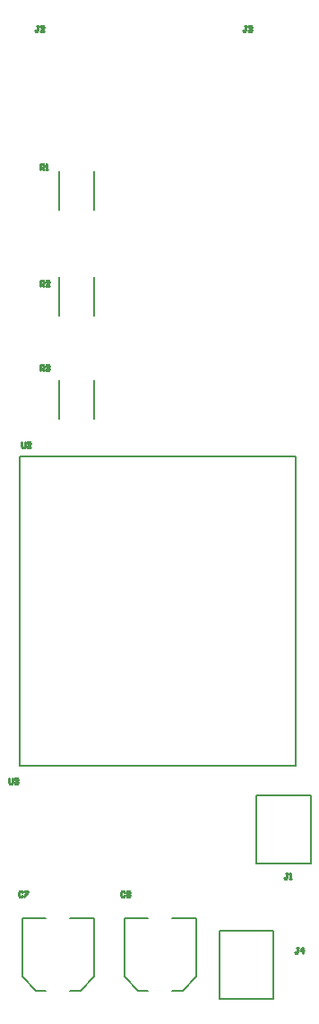
<source format=gto>
G04*
G04 #@! TF.GenerationSoftware,Altium Limited,Altium Designer,18.1.6 (161)*
G04*
G04 Layer_Color=65535*
%FSLAX25Y25*%
%MOIN*%
G70*
G01*
G75*
%ADD10C,0.00591*%
%ADD11C,0.00787*%
%ADD12C,0.01000*%
D10*
X26496Y323425D02*
Y337992D01*
X39488Y323425D02*
Y337992D01*
X26496Y284055D02*
Y298622D01*
X39488Y284055D02*
Y298622D01*
X26496Y245748D02*
Y260315D01*
X39488Y245748D02*
Y260315D01*
X11992Y231795D02*
X114492D01*
Y116795D02*
Y231795D01*
X11992Y116795D02*
X114492D01*
X11992D02*
Y231795D01*
X100012Y80484D02*
Y105681D01*
Y80484D02*
X120091D01*
Y105681D01*
X100012D02*
X120091D01*
X106248Y30197D02*
Y55394D01*
X86169D02*
X106248D01*
X86169Y30197D02*
Y55394D01*
Y30197D02*
X106248D01*
D11*
X77516Y38372D02*
Y60075D01*
X68559D02*
X77516D01*
X50744D02*
X59701D01*
X50744Y38372D02*
Y60075D01*
X68559Y33303D02*
X72447D01*
X77516Y38372D01*
X50744D02*
X55813Y33303D01*
X59701D01*
X39516Y38372D02*
Y60075D01*
X30559D02*
X39516D01*
X12744D02*
X21701D01*
X12744Y38372D02*
Y60075D01*
X30559Y33303D02*
X34447D01*
X39516Y38372D01*
X12744D02*
X17813Y33303D01*
X21701D01*
D12*
X19598Y338583D02*
Y340582D01*
X20598D01*
X20931Y340249D01*
Y339582D01*
X20598Y339249D01*
X19598D01*
X20265D02*
X20931Y338583D01*
X21598D02*
X22264D01*
X21931D01*
Y340582D01*
X21598Y340249D01*
X19598Y295276D02*
Y297275D01*
X20598D01*
X20931Y296942D01*
Y296275D01*
X20598Y295942D01*
X19598D01*
X20265D02*
X20931Y295276D01*
X22931D02*
X21598D01*
X22931Y296608D01*
Y296942D01*
X22598Y297275D01*
X21931D01*
X21598Y296942D01*
X19685Y263779D02*
Y265779D01*
X20685D01*
X21018Y265446D01*
Y264779D01*
X20685Y264446D01*
X19685D01*
X20351D02*
X21018Y263779D01*
X21684Y265446D02*
X22018Y265779D01*
X22684D01*
X23017Y265446D01*
Y265112D01*
X22684Y264779D01*
X22351D01*
X22684D01*
X23017Y264446D01*
Y264113D01*
X22684Y263779D01*
X22018D01*
X21684Y264113D01*
X115506Y49243D02*
X114840D01*
X115173D01*
Y47577D01*
X114840Y47244D01*
X114506D01*
X114173Y47577D01*
X117172Y47244D02*
Y49243D01*
X116173Y48244D01*
X117506D01*
X7874Y112236D02*
Y110570D01*
X8207Y110236D01*
X8874D01*
X9207Y110570D01*
Y112236D01*
X9873Y111902D02*
X10207Y112236D01*
X10873D01*
X11206Y111902D01*
Y111569D01*
X10873Y111236D01*
X10540D01*
X10873D01*
X11206Y110903D01*
Y110570D01*
X10873Y110236D01*
X10207D01*
X9873Y110570D01*
X12655Y237113D02*
Y235447D01*
X12988Y235114D01*
X13655D01*
X13988Y235447D01*
Y237113D01*
X15987Y235114D02*
X14654D01*
X15987Y236447D01*
Y236780D01*
X15654Y237113D01*
X14988D01*
X14654Y236780D01*
X96136Y391877D02*
X95470D01*
X95803D01*
Y390211D01*
X95470Y389878D01*
X95136D01*
X94803Y390211D01*
X96803Y391544D02*
X97136Y391877D01*
X97802D01*
X98135Y391544D01*
Y391211D01*
X97802Y390878D01*
X97469D01*
X97802D01*
X98135Y390544D01*
Y390211D01*
X97802Y389878D01*
X97136D01*
X96803Y390211D01*
X18888Y391877D02*
X18222D01*
X18555D01*
Y390211D01*
X18222Y389878D01*
X17888D01*
X17555Y390211D01*
X20887Y389878D02*
X19555D01*
X20887Y391211D01*
Y391544D01*
X20554Y391877D01*
X19888D01*
X19555Y391544D01*
X111569Y76802D02*
X110903D01*
X111236D01*
Y75136D01*
X110903Y74803D01*
X110570D01*
X110236Y75136D01*
X112236Y74803D02*
X112902D01*
X112569D01*
Y76802D01*
X112236Y76469D01*
X50988Y69949D02*
X50655Y70282D01*
X49988D01*
X49655Y69949D01*
Y68616D01*
X49988Y68283D01*
X50655D01*
X50988Y68616D01*
X51654Y69949D02*
X51988Y70282D01*
X52654D01*
X52987Y69949D01*
Y69616D01*
X52654Y69282D01*
X52987Y68949D01*
Y68616D01*
X52654Y68283D01*
X51988D01*
X51654Y68616D01*
Y68949D01*
X51988Y69282D01*
X51654Y69616D01*
Y69949D01*
X51988Y69282D02*
X52654D01*
X12988Y69912D02*
X12655Y70245D01*
X11988D01*
X11655Y69912D01*
Y68579D01*
X11988Y68246D01*
X12655D01*
X12988Y68579D01*
X13655Y70245D02*
X14987D01*
Y69912D01*
X13655Y68579D01*
Y68246D01*
M02*

</source>
